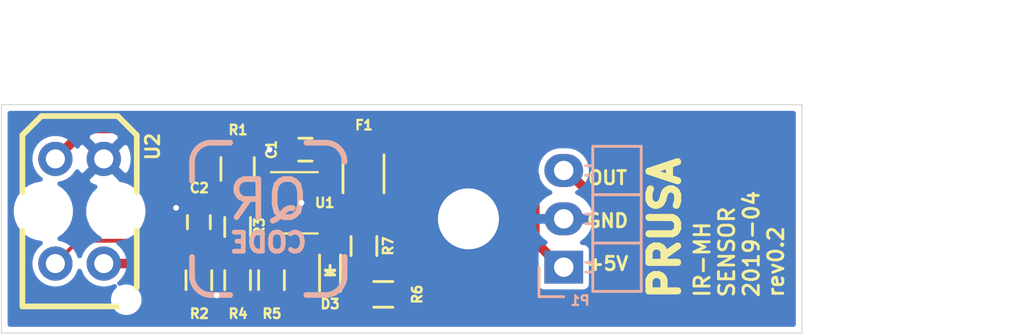
<source format=kicad_pcb>
(kicad_pcb (version 20171130) (host pcbnew "(6.0.0-rc1-dev-199-g6b039bc99)")

  (general
    (thickness 1.6)
    (drawings 9)
    (tracks 83)
    (zones 0)
    (modules 18)
    (nets 10)
  )

  (page A4)
  (layers
    (0 F.Cu signal)
    (31 B.Cu signal)
    (32 B.Adhes user)
    (33 F.Adhes user)
    (34 B.Paste user)
    (35 F.Paste user)
    (36 B.SilkS user)
    (37 F.SilkS user)
    (38 B.Mask user)
    (39 F.Mask user)
    (40 Dwgs.User user)
    (41 Cmts.User user)
    (42 Eco1.User user)
    (43 Eco2.User user)
    (44 Edge.Cuts user)
    (45 Margin user)
    (46 B.CrtYd user)
    (47 F.CrtYd user)
    (48 B.Fab user hide)
    (49 F.Fab user hide)
  )

  (setup
    (last_trace_width 0.25)
    (user_trace_width 0.2)
    (user_trace_width 0.3)
    (user_trace_width 0.5)
    (user_trace_width 1)
    (trace_clearance 0.2)
    (zone_clearance 0.3)
    (zone_45_only no)
    (trace_min 0.2)
    (via_size 0.8)
    (via_drill 0.4)
    (via_min_size 0.4)
    (via_min_drill 0.3)
    (user_via 0.8 0.3)
    (uvia_size 0.3)
    (uvia_drill 0.1)
    (uvias_allowed no)
    (uvia_min_size 0.2)
    (uvia_min_drill 0.1)
    (edge_width 0.05)
    (segment_width 0.2)
    (pcb_text_width 0.3)
    (pcb_text_size 1.5 1.5)
    (mod_edge_width 0.12)
    (mod_text_size 1 1)
    (mod_text_width 0.15)
    (pad_size 5.6 5.6)
    (pad_drill 3.2)
    (pad_to_mask_clearance 0.02)
    (solder_mask_min_width 0.2)
    (aux_axis_origin 0 0)
    (visible_elements FFFFFF7F)
    (pcbplotparams
      (layerselection 0x010f8_ffffffff)
      (usegerberextensions true)
      (usegerberattributes false)
      (usegerberadvancedattributes false)
      (creategerberjobfile false)
      (excludeedgelayer true)
      (linewidth 0.100000)
      (plotframeref false)
      (viasonmask false)
      (mode 1)
      (useauxorigin false)
      (hpglpennumber 1)
      (hpglpenspeed 20)
      (hpglpendiameter 15.000000)
      (psnegative false)
      (psa4output false)
      (plotreference true)
      (plotvalue true)
      (plotinvisibletext false)
      (padsonsilk false)
      (subtractmaskfromsilk false)
      (outputformat 1)
      (mirror false)
      (drillshape 0)
      (scaleselection 1)
      (outputdirectory "gerber/"))
  )

  (net 0 "")
  (net 1 GND)
  (net 2 "Net-(C1-Pad1)")
  (net 3 "Net-(D3-Pad1)")
  (net 4 "Net-(D3-Pad2)")
  (net 5 "Net-(F1-Pad1)")
  (net 6 "Net-(R3-Pad2)")
  (net 7 "Net-(P1-Pad3)")
  (net 8 "Net-(C2-Pad1)")
  (net 9 "Net-(R1-Pad1)")

  (net_class Default "Toto je výchozí třída sítě."
    (clearance 0.2)
    (trace_width 0.25)
    (via_dia 0.8)
    (via_drill 0.4)
    (uvia_dia 0.3)
    (uvia_drill 0.1)
    (add_net GND)
    (add_net "Net-(C1-Pad1)")
    (add_net "Net-(C2-Pad1)")
    (add_net "Net-(D3-Pad1)")
    (add_net "Net-(D3-Pad2)")
    (add_net "Net-(F1-Pad1)")
    (add_net "Net-(P1-Pad3)")
    (add_net "Net-(R1-Pad1)")
    (add_net "Net-(R3-Pad2)")
  )

  (module ok1hra:TCRT5000 (layer F.Cu) (tedit 5CAEF611) (tstamp 5CAF306A)
    (at 1.1 -6.4 90)
    (path /5CADFE3A)
    (fp_text reference U2 (at 3.398 3.834 90) (layer F.SilkS)
      (effects (font (size 0.7 0.7) (thickness 0.15)))
    )
    (fp_text value TCRT5000L (at 0 0 90) (layer F.Fab)
      (effects (font (size 0.5 0.5) (thickness 0.125)))
    )
    (fp_line (start -5.25 3.25) (end -5.25 -3.25) (layer F.CrtYd) (width 0.12))
    (fp_line (start 5.25 3.25) (end -5.25 3.25) (layer F.CrtYd) (width 0.12))
    (fp_line (start 5.25 -3.25) (end 5.25 3.25) (layer F.CrtYd) (width 0.12))
    (fp_line (start -5.25 -3.25) (end 5.2 -3.25) (layer F.CrtYd) (width 0.12))
    (fp_line (start 4 -3) (end 1 -3) (layer F.SilkS) (width 0.3))
    (fp_line (start 5 -2) (end 4 -3) (layer F.SilkS) (width 0.3))
    (fp_line (start 5 2) (end 5 -2) (layer F.SilkS) (width 0.3))
    (fp_line (start 4 3) (end 5 2) (layer F.SilkS) (width 0.3))
    (fp_line (start 1 3) (end 4 3) (layer F.SilkS) (width 0.3))
    (fp_line (start -4 3) (end -1 3) (layer F.SilkS) (width 0.3))
    (fp_line (start -5 -3) (end -5 2) (layer F.SilkS) (width 0.3))
    (fp_line (start -1 -3) (end -5 -3) (layer F.SilkS) (width 0.3))
    (pad "" np_thru_hole circle (at -4.65 2.45 90) (size 1 1) (drill 1) (layers *.Cu *.Mask))
    (pad "" np_thru_hole circle (at 0 1.9 90) (size 2.5 2.5) (drill 2.5) (layers *.Cu *.Mask))
    (pad "" np_thru_hole circle (at 0 -1.9 90) (size 2.5 2.5) (drill 2.5) (layers *.Cu *.Mask))
    (pad 4 thru_hole circle (at 2.75 -1.27 90) (size 1.8 1.8) (drill 1) (layers *.Cu *.Mask)
      (net 9 "Net-(R1-Pad1)"))
    (pad 3 thru_hole circle (at 2.75 1.27 90) (size 1.8 1.8) (drill 1) (layers *.Cu *.Mask)
      (net 1 GND))
    (pad 2 thru_hole circle (at -2.75 1.27 90) (size 1.8 1.8) (drill 1) (layers *.Cu *.Mask)
      (net 8 "Net-(C2-Pad1)"))
    (pad 1 thru_hole circle (at -2.75 -1.27 90) (size 1.8 1.8) (drill 1) (layers *.Cu *.Mask)
      (net 2 "Net-(C1-Pad1)"))
    (model /home/dan/kicad/hra/lib/ok1hra3d/TCRT5000.step
      (offset (xyz 0 0 -0.3))
      (scale (xyz 1 1 1))
      (rotate (xyz -90 0 -90))
    )
  )

  (module Capacitors_SMD:C_0603 (layer F.Cu) (tedit 5415D631) (tstamp 5CAF2CB9)
    (at 7.358 -5.826 90)
    (descr "Capacitor SMD 0603, reflow soldering, AVX (see smccp.pdf)")
    (tags "capacitor 0603")
    (path /5CAEED97)
    (attr smd)
    (fp_text reference C2 (at 1.794 0.024 180) (layer F.SilkS)
      (effects (font (size 0.5 0.5) (thickness 0.125)))
    )
    (fp_text value 100n (at 0 1.9 90) (layer F.Fab)
      (effects (font (size 1 1) (thickness 0.15)))
    )
    (fp_line (start 0.35 0.6) (end -0.35 0.6) (layer F.SilkS) (width 0.15))
    (fp_line (start -0.35 -0.6) (end 0.35 -0.6) (layer F.SilkS) (width 0.15))
    (fp_line (start 1.45 -0.75) (end 1.45 0.75) (layer F.CrtYd) (width 0.05))
    (fp_line (start -1.45 -0.75) (end -1.45 0.75) (layer F.CrtYd) (width 0.05))
    (fp_line (start -1.45 0.75) (end 1.45 0.75) (layer F.CrtYd) (width 0.05))
    (fp_line (start -1.45 -0.75) (end 1.45 -0.75) (layer F.CrtYd) (width 0.05))
    (fp_line (start -0.8 -0.4) (end 0.8 -0.4) (layer F.Fab) (width 0.15))
    (fp_line (start 0.8 -0.4) (end 0.8 0.4) (layer F.Fab) (width 0.15))
    (fp_line (start 0.8 0.4) (end -0.8 0.4) (layer F.Fab) (width 0.15))
    (fp_line (start -0.8 0.4) (end -0.8 -0.4) (layer F.Fab) (width 0.15))
    (pad 2 smd rect (at 0.75 0 90) (size 0.8 0.75) (layers F.Cu F.Paste F.Mask)
      (net 1 GND))
    (pad 1 smd rect (at -0.75 0 90) (size 0.8 0.75) (layers F.Cu F.Paste F.Mask)
      (net 8 "Net-(C2-Pad1)"))
    (model ${KISYS3DMOD}/Capacitor_SMD.3dshapes/C_0603_1608Metric.step
      (at (xyz 0 0 0))
      (scale (xyz 1 1 1))
      (rotate (xyz 0 0 0))
    )
  )

  (module Pin_Headers:Pin_Header_Angled_1x03 (layer B.Cu) (tedit 5CAB4C49) (tstamp 5CA2842C)
    (at 26.5 -3.46)
    (descr "Through hole pin header")
    (tags "pin header")
    (path /5CA38AE6)
    (fp_text reference P1 (at 0.8572 1.7564) (layer B.SilkS)
      (effects (font (size 0.5 0.5) (thickness 0.125)) (justify mirror))
    )
    (fp_text value 70553-0002 (at 0 3.1) (layer B.Fab)
      (effects (font (size 1 1) (thickness 0.15)) (justify mirror))
    )
    (fp_line (start 1.524 -6.35) (end 4.064 -6.35) (layer B.SilkS) (width 0.15))
    (fp_line (start 1.524 -1.27) (end 4.064 -1.27) (layer B.SilkS) (width 0.15))
    (fp_line (start 1.524 -1.27) (end 1.524 -3.81) (layer B.SilkS) (width 0.15))
    (fp_line (start 1.524 -3.81) (end 4.064 -3.81) (layer B.SilkS) (width 0.15))
    (fp_line (start 4.064 -3.81) (end 4.064 -1.27) (layer B.SilkS) (width 0.15))
    (fp_line (start 4.064 -6.35) (end 4.064 -3.81) (layer B.SilkS) (width 0.15))
    (fp_line (start 1.524 -3.81) (end 1.524 -6.35) (layer B.SilkS) (width 0.15))
    (fp_line (start 1.524 -3.81) (end 4.064 -3.81) (layer B.SilkS) (width 0.15))
    (fp_line (start 1.524 1.27) (end 4.064 1.27) (layer B.SilkS) (width 0.15))
    (fp_line (start 1.524 1.27) (end 1.524 -1.27) (layer B.SilkS) (width 0.15))
    (fp_line (start 1.524 -1.27) (end 4.064 -1.27) (layer B.SilkS) (width 0.15))
    (fp_line (start 4.064 -1.27) (end 4.064 1.27) (layer B.SilkS) (width 0.15))
    (fp_line (start 1.524 -5.334) (end 1.143 -5.334) (layer B.SilkS) (width 0.15))
    (fp_line (start 1.524 -4.826) (end 1.143 -4.826) (layer B.SilkS) (width 0.15))
    (fp_line (start 1.524 -2.794) (end 1.143 -2.794) (layer B.SilkS) (width 0.15))
    (fp_line (start 1.524 -2.286) (end 1.143 -2.286) (layer B.SilkS) (width 0.15))
    (fp_line (start 1.524 -0.254) (end 1.143 -0.254) (layer B.SilkS) (width 0.15))
    (fp_line (start 1.524 0.254) (end 1.143 0.254) (layer B.SilkS) (width 0.15))
    (fp_line (start 0 1.55) (end -1.3 1.55) (layer B.SilkS) (width 0.15))
    (fp_line (start -1.3 1.55) (end -1.3 0) (layer B.SilkS) (width 0.15))
    (fp_line (start -1.5 -6.85) (end 10.65 -6.85) (layer B.CrtYd) (width 0.05))
    (fp_line (start -1.5 1.75) (end 10.65 1.75) (layer B.CrtYd) (width 0.05))
    (fp_line (start 10.65 1.75) (end 10.65 -6.85) (layer B.CrtYd) (width 0.05))
    (fp_line (start -1.5 1.75) (end -1.5 -6.85) (layer B.CrtYd) (width 0.05))
    (pad 3 thru_hole oval (at 0 -5.08) (size 2.032 1.7272) (drill 1.016) (layers *.Cu *.Mask)
      (net 7 "Net-(P1-Pad3)"))
    (pad 2 thru_hole oval (at 0 -2.54) (size 2.032 1.7272) (drill 1.016) (layers *.Cu *.Mask)
      (net 1 GND))
    (pad 1 thru_hole rect (at 0 0) (size 2.032 1.7272) (drill 1.016) (layers *.Cu *.Mask)
      (net 5 "Net-(F1-Pad1)"))
    (model /home/dan/kicad/hra/lib/ok1hra3d/705530002.step
      (offset (xyz 7.2 -2.54 3))
      (scale (xyz 1 1 1))
      (rotate (xyz -90 0 -90))
    )
  )

  (module Fiducials:Fiducial_1mm_Dia_2.54mm_Outer_CopperTop locked (layer F.Cu) (tedit 0) (tstamp 5CAF5E1E)
    (at 37.5 -10.5)
    (descr "Circular Fiducial, 1mm bare copper top; 2.54mm keepout")
    (tags marker)
    (attr smd)
    (fp_text reference REF** (at 3.4 0.7 90) (layer F.SilkS) hide
      (effects (font (size 1 1) (thickness 0.15)))
    )
    (fp_text value Fiducial_1mm_Dia_2.54mm_Outer_CopperTop (at 0 -1.8) (layer F.Fab)
      (effects (font (size 1 1) (thickness 0.15)))
    )
    (fp_circle (center 0 0) (end 1.55 0) (layer F.CrtYd) (width 0.05))
    (pad ~ smd circle (at 0 0) (size 1 1) (layers F.Cu F.Mask)
      (solder_mask_margin 0.77) (clearance 0.77))
  )

  (module TO_SOT_Packages_SMD:SOT-23-5 (layer F.Cu) (tedit 583F3A3F) (tstamp 5CA284B6)
    (at 12.692 -6.842)
    (descr "5-pin SOT23 package")
    (tags SOT-23-5)
    (path /5CA328B2)
    (attr smd)
    (fp_text reference U1 (at 1.27 0) (layer F.SilkS)
      (effects (font (size 0.5 0.5) (thickness 0.125)))
    )
    (fp_text value LMV321 (at 0 2.9) (layer F.Fab)
      (effects (font (size 1 1) (thickness 0.15)))
    )
    (fp_line (start 0.9 -1.55) (end 0.9 1.55) (layer F.Fab) (width 0.15))
    (fp_line (start 0.9 1.55) (end -0.9 1.55) (layer F.Fab) (width 0.15))
    (fp_line (start -0.9 -1.55) (end -0.9 1.55) (layer F.Fab) (width 0.15))
    (fp_line (start 0.9 -1.55) (end -0.9 -1.55) (layer F.Fab) (width 0.15))
    (fp_line (start -1.9 1.8) (end -1.9 -1.8) (layer F.CrtYd) (width 0.05))
    (fp_line (start 1.9 1.8) (end -1.9 1.8) (layer F.CrtYd) (width 0.05))
    (fp_line (start 1.9 -1.8) (end 1.9 1.8) (layer F.CrtYd) (width 0.05))
    (fp_line (start -1.9 -1.8) (end 1.9 -1.8) (layer F.CrtYd) (width 0.05))
    (fp_line (start 0.9 -1.61) (end -1.55 -1.61) (layer F.SilkS) (width 0.12))
    (fp_line (start -0.9 1.61) (end 0.9 1.61) (layer F.SilkS) (width 0.12))
    (pad 5 smd rect (at 1.1 -0.95) (size 1.06 0.65) (layers F.Cu F.Paste F.Mask)
      (net 2 "Net-(C1-Pad1)"))
    (pad 4 smd rect (at 1.1 0.95) (size 1.06 0.65) (layers F.Cu F.Paste F.Mask)
      (net 3 "Net-(D3-Pad1)"))
    (pad 3 smd rect (at -1.1 0.95) (size 1.06 0.65) (layers F.Cu F.Paste F.Mask)
      (net 8 "Net-(C2-Pad1)"))
    (pad 2 smd rect (at -1.1 0) (size 1.06 0.65) (layers F.Cu F.Paste F.Mask)
      (net 1 GND))
    (pad 1 smd rect (at -1.1 -0.95) (size 1.06 0.65) (layers F.Cu F.Paste F.Mask)
      (net 6 "Net-(R3-Pad2)"))
    (model ${KISYS3DMOD}/Package_TO_SOT_SMD.3dshapes/SOT-23-5.step
      (at (xyz 0 0 0))
      (scale (xyz 1 1 1))
      (rotate (xyz 0 0 0))
    )
  )

  (module Resistors_SMD:R_0603 (layer F.Cu) (tedit 58307A47) (tstamp 5CAB6C04)
    (at 16.018 -4.572 270)
    (descr "Resistor SMD 0603, reflow soldering, Vishay (see dcrcw.pdf)")
    (tags "resistor 0603")
    (path /5CA2CA87)
    (attr smd)
    (fp_text reference R7 (at 0 -1.27 90) (layer F.SilkS)
      (effects (font (size 0.5 0.5) (thickness 0.125)))
    )
    (fp_text value 1k (at 0 1.9 270) (layer F.Fab)
      (effects (font (size 1 1) (thickness 0.15)))
    )
    (fp_line (start -0.5 -0.675) (end 0.5 -0.675) (layer F.SilkS) (width 0.15))
    (fp_line (start 0.5 0.675) (end -0.5 0.675) (layer F.SilkS) (width 0.15))
    (fp_line (start 1.3 -0.8) (end 1.3 0.8) (layer F.CrtYd) (width 0.05))
    (fp_line (start -1.3 -0.8) (end -1.3 0.8) (layer F.CrtYd) (width 0.05))
    (fp_line (start -1.3 0.8) (end 1.3 0.8) (layer F.CrtYd) (width 0.05))
    (fp_line (start -1.3 -0.8) (end 1.3 -0.8) (layer F.CrtYd) (width 0.05))
    (fp_line (start -0.8 -0.4) (end 0.8 -0.4) (layer F.Fab) (width 0.1))
    (fp_line (start 0.8 -0.4) (end 0.8 0.4) (layer F.Fab) (width 0.1))
    (fp_line (start 0.8 0.4) (end -0.8 0.4) (layer F.Fab) (width 0.1))
    (fp_line (start -0.8 0.4) (end -0.8 -0.4) (layer F.Fab) (width 0.1))
    (pad 2 smd rect (at 0.75 0 270) (size 0.5 0.9) (layers F.Cu F.Paste F.Mask)
      (net 4 "Net-(D3-Pad2)"))
    (pad 1 smd rect (at -0.75 0 270) (size 0.5 0.9) (layers F.Cu F.Paste F.Mask)
      (net 2 "Net-(C1-Pad1)"))
    (model ${KISYS3DMOD}/Resistor_SMD.3dshapes/R_0603_1608Metric.step
      (at (xyz 0 0 0))
      (scale (xyz 1 1 1))
      (rotate (xyz 0 0 0))
    )
  )

  (module Resistors_SMD:R_0603 (layer F.Cu) (tedit 58307A47) (tstamp 5CA28493)
    (at 17.034 -2.032 180)
    (descr "Resistor SMD 0603, reflow soldering, Vishay (see dcrcw.pdf)")
    (tags "resistor 0603")
    (path /5CA369D9)
    (attr smd)
    (fp_text reference R6 (at -1.778 0 90) (layer F.SilkS)
      (effects (font (size 0.5 0.5) (thickness 0.125)))
    )
    (fp_text value 100R (at 0 1.9 180) (layer F.Fab)
      (effects (font (size 1 1) (thickness 0.15)))
    )
    (fp_line (start -0.5 -0.675) (end 0.5 -0.675) (layer F.SilkS) (width 0.15))
    (fp_line (start 0.5 0.675) (end -0.5 0.675) (layer F.SilkS) (width 0.15))
    (fp_line (start 1.3 -0.8) (end 1.3 0.8) (layer F.CrtYd) (width 0.05))
    (fp_line (start -1.3 -0.8) (end -1.3 0.8) (layer F.CrtYd) (width 0.05))
    (fp_line (start -1.3 0.8) (end 1.3 0.8) (layer F.CrtYd) (width 0.05))
    (fp_line (start -1.3 -0.8) (end 1.3 -0.8) (layer F.CrtYd) (width 0.05))
    (fp_line (start -0.8 -0.4) (end 0.8 -0.4) (layer F.Fab) (width 0.1))
    (fp_line (start 0.8 -0.4) (end 0.8 0.4) (layer F.Fab) (width 0.1))
    (fp_line (start 0.8 0.4) (end -0.8 0.4) (layer F.Fab) (width 0.1))
    (fp_line (start -0.8 0.4) (end -0.8 -0.4) (layer F.Fab) (width 0.1))
    (pad 2 smd rect (at 0.75 0 180) (size 0.5 0.9) (layers F.Cu F.Paste F.Mask)
      (net 3 "Net-(D3-Pad1)"))
    (pad 1 smd rect (at -0.75 0 180) (size 0.5 0.9) (layers F.Cu F.Paste F.Mask)
      (net 7 "Net-(P1-Pad3)"))
    (model ${KISYS3DMOD}/Resistor_SMD.3dshapes/R_0603_1608Metric.step
      (at (xyz 0 0 0))
      (scale (xyz 1 1 1))
      (rotate (xyz 0 0 0))
    )
  )

  (module Resistors_SMD:R_0603 (layer F.Cu) (tedit 58307A47) (tstamp 5CA28483)
    (at 11.168 -2.778 90)
    (descr "Resistor SMD 0603, reflow soldering, Vishay (see dcrcw.pdf)")
    (tags "resistor 0603")
    (path /5CA4470C)
    (attr smd)
    (fp_text reference R5 (at -1.762 0.024 180) (layer F.SilkS)
      (effects (font (size 0.5 0.5) (thickness 0.125)))
    )
    (fp_text value 100k (at 0 1.9 90) (layer F.Fab)
      (effects (font (size 1 1) (thickness 0.15)))
    )
    (fp_line (start -0.5 -0.675) (end 0.5 -0.675) (layer F.SilkS) (width 0.15))
    (fp_line (start 0.5 0.675) (end -0.5 0.675) (layer F.SilkS) (width 0.15))
    (fp_line (start 1.3 -0.8) (end 1.3 0.8) (layer F.CrtYd) (width 0.05))
    (fp_line (start -1.3 -0.8) (end -1.3 0.8) (layer F.CrtYd) (width 0.05))
    (fp_line (start -1.3 0.8) (end 1.3 0.8) (layer F.CrtYd) (width 0.05))
    (fp_line (start -1.3 -0.8) (end 1.3 -0.8) (layer F.CrtYd) (width 0.05))
    (fp_line (start -0.8 -0.4) (end 0.8 -0.4) (layer F.Fab) (width 0.1))
    (fp_line (start 0.8 -0.4) (end 0.8 0.4) (layer F.Fab) (width 0.1))
    (fp_line (start 0.8 0.4) (end -0.8 0.4) (layer F.Fab) (width 0.1))
    (fp_line (start -0.8 0.4) (end -0.8 -0.4) (layer F.Fab) (width 0.1))
    (pad 2 smd rect (at 0.75 0 90) (size 0.5 0.9) (layers F.Cu F.Paste F.Mask)
      (net 6 "Net-(R3-Pad2)"))
    (pad 1 smd rect (at -0.75 0 90) (size 0.5 0.9) (layers F.Cu F.Paste F.Mask)
      (net 3 "Net-(D3-Pad1)"))
    (model ${KISYS3DMOD}/Resistor_SMD.3dshapes/R_0603_1608Metric.step
      (at (xyz 0 0 0))
      (scale (xyz 1 1 1))
      (rotate (xyz 0 0 0))
    )
  )

  (module Resistors_SMD:R_0603 (layer F.Cu) (tedit 58307A47) (tstamp 5CA28473)
    (at 9.39 -2.778 270)
    (descr "Resistor SMD 0603, reflow soldering, Vishay (see dcrcw.pdf)")
    (tags "resistor 0603")
    (path /5CA26E49)
    (attr smd)
    (fp_text reference R4 (at 1.762 -0.024) (layer F.SilkS)
      (effects (font (size 0.5 0.5) (thickness 0.125)))
    )
    (fp_text value 3,3k (at 0 1.9 270) (layer F.Fab)
      (effects (font (size 1 1) (thickness 0.15)))
    )
    (fp_line (start -0.5 -0.675) (end 0.5 -0.675) (layer F.SilkS) (width 0.15))
    (fp_line (start 0.5 0.675) (end -0.5 0.675) (layer F.SilkS) (width 0.15))
    (fp_line (start 1.3 -0.8) (end 1.3 0.8) (layer F.CrtYd) (width 0.05))
    (fp_line (start -1.3 -0.8) (end -1.3 0.8) (layer F.CrtYd) (width 0.05))
    (fp_line (start -1.3 0.8) (end 1.3 0.8) (layer F.CrtYd) (width 0.05))
    (fp_line (start -1.3 -0.8) (end 1.3 -0.8) (layer F.CrtYd) (width 0.05))
    (fp_line (start -0.8 -0.4) (end 0.8 -0.4) (layer F.Fab) (width 0.1))
    (fp_line (start 0.8 -0.4) (end 0.8 0.4) (layer F.Fab) (width 0.1))
    (fp_line (start 0.8 0.4) (end -0.8 0.4) (layer F.Fab) (width 0.1))
    (fp_line (start -0.8 0.4) (end -0.8 -0.4) (layer F.Fab) (width 0.1))
    (pad 2 smd rect (at 0.75 0 270) (size 0.5 0.9) (layers F.Cu F.Paste F.Mask)
      (net 1 GND))
    (pad 1 smd rect (at -0.75 0 270) (size 0.5 0.9) (layers F.Cu F.Paste F.Mask)
      (net 6 "Net-(R3-Pad2)"))
    (model ${KISYS3DMOD}/Resistor_SMD.3dshapes/R_0603_1608Metric.step
      (at (xyz 0 0 0))
      (scale (xyz 1 1 1))
      (rotate (xyz 0 0 0))
    )
  )

  (module Resistors_SMD:R_0603 (layer F.Cu) (tedit 58307A47) (tstamp 5CA28463)
    (at 9.39 -5.572 270)
    (descr "Resistor SMD 0603, reflow soldering, Vishay (see dcrcw.pdf)")
    (tags "resistor 0603")
    (path /5CA269A6)
    (attr smd)
    (fp_text reference R3 (at 0 -1.143 270) (layer F.SilkS)
      (effects (font (size 0.5 0.5) (thickness 0.125)))
    )
    (fp_text value 12k (at 0 1.9 270) (layer F.Fab)
      (effects (font (size 1 1) (thickness 0.15)))
    )
    (fp_line (start -0.5 -0.675) (end 0.5 -0.675) (layer F.SilkS) (width 0.15))
    (fp_line (start 0.5 0.675) (end -0.5 0.675) (layer F.SilkS) (width 0.15))
    (fp_line (start 1.3 -0.8) (end 1.3 0.8) (layer F.CrtYd) (width 0.05))
    (fp_line (start -1.3 -0.8) (end -1.3 0.8) (layer F.CrtYd) (width 0.05))
    (fp_line (start -1.3 0.8) (end 1.3 0.8) (layer F.CrtYd) (width 0.05))
    (fp_line (start -1.3 -0.8) (end 1.3 -0.8) (layer F.CrtYd) (width 0.05))
    (fp_line (start -0.8 -0.4) (end 0.8 -0.4) (layer F.Fab) (width 0.1))
    (fp_line (start 0.8 -0.4) (end 0.8 0.4) (layer F.Fab) (width 0.1))
    (fp_line (start 0.8 0.4) (end -0.8 0.4) (layer F.Fab) (width 0.1))
    (fp_line (start -0.8 0.4) (end -0.8 -0.4) (layer F.Fab) (width 0.1))
    (pad 2 smd rect (at 0.75 0 270) (size 0.5 0.9) (layers F.Cu F.Paste F.Mask)
      (net 6 "Net-(R3-Pad2)"))
    (pad 1 smd rect (at -0.75 0 270) (size 0.5 0.9) (layers F.Cu F.Paste F.Mask)
      (net 2 "Net-(C1-Pad1)"))
    (model ${KISYS3DMOD}/Resistor_SMD.3dshapes/R_0603_1608Metric.step
      (at (xyz 0 0 0))
      (scale (xyz 1 1 1))
      (rotate (xyz 0 0 0))
    )
  )

  (module Resistors_SMD:R_0603 (layer F.Cu) (tedit 58307A47) (tstamp 5CA2937E)
    (at 7.358 -2.778 270)
    (descr "Resistor SMD 0603, reflow soldering, Vishay (see dcrcw.pdf)")
    (tags "resistor 0603")
    (path /5CA25281)
    (attr smd)
    (fp_text reference R2 (at 1.762 -0.024) (layer F.SilkS)
      (effects (font (size 0.5 0.5) (thickness 0.125)))
    )
    (fp_text value 10k (at 0 1.9 270) (layer F.Fab)
      (effects (font (size 1 1) (thickness 0.15)))
    )
    (fp_line (start -0.5 -0.675) (end 0.5 -0.675) (layer F.SilkS) (width 0.15))
    (fp_line (start 0.5 0.675) (end -0.5 0.675) (layer F.SilkS) (width 0.15))
    (fp_line (start 1.3 -0.8) (end 1.3 0.8) (layer F.CrtYd) (width 0.05))
    (fp_line (start -1.3 -0.8) (end -1.3 0.8) (layer F.CrtYd) (width 0.05))
    (fp_line (start -1.3 0.8) (end 1.3 0.8) (layer F.CrtYd) (width 0.05))
    (fp_line (start -1.3 -0.8) (end 1.3 -0.8) (layer F.CrtYd) (width 0.05))
    (fp_line (start -0.8 -0.4) (end 0.8 -0.4) (layer F.Fab) (width 0.1))
    (fp_line (start 0.8 -0.4) (end 0.8 0.4) (layer F.Fab) (width 0.1))
    (fp_line (start 0.8 0.4) (end -0.8 0.4) (layer F.Fab) (width 0.1))
    (fp_line (start -0.8 0.4) (end -0.8 -0.4) (layer F.Fab) (width 0.1))
    (pad 2 smd rect (at 0.75 0 270) (size 0.5 0.9) (layers F.Cu F.Paste F.Mask)
      (net 1 GND))
    (pad 1 smd rect (at -0.75 0 270) (size 0.5 0.9) (layers F.Cu F.Paste F.Mask)
      (net 8 "Net-(C2-Pad1)"))
    (model ${KISYS3DMOD}/Resistor_SMD.3dshapes/R_0603_1608Metric.step
      (at (xyz 0 0 0))
      (scale (xyz 1 1 1))
      (rotate (xyz 0 0 0))
    )
  )

  (module Resistors_SMD:R_0805 (layer F.Cu) (tedit 58307B54) (tstamp 5CA28443)
    (at 9.39 -8.62 270)
    (descr "Resistor SMD 0805, reflow soldering, Vishay (see dcrcw.pdf)")
    (tags "resistor 0805")
    (path /5CA21879)
    (attr smd)
    (fp_text reference R1 (at -2.048 -0.024) (layer F.SilkS)
      (effects (font (size 0.5 0.5) (thickness 0.125)))
    )
    (fp_text value 220R (at 0 2.1 270) (layer F.Fab)
      (effects (font (size 1 1) (thickness 0.15)))
    )
    (fp_line (start -0.6 -0.875) (end 0.6 -0.875) (layer F.SilkS) (width 0.15))
    (fp_line (start 0.6 0.875) (end -0.6 0.875) (layer F.SilkS) (width 0.15))
    (fp_line (start 1.6 -1) (end 1.6 1) (layer F.CrtYd) (width 0.05))
    (fp_line (start -1.6 -1) (end -1.6 1) (layer F.CrtYd) (width 0.05))
    (fp_line (start -1.6 1) (end 1.6 1) (layer F.CrtYd) (width 0.05))
    (fp_line (start -1.6 -1) (end 1.6 -1) (layer F.CrtYd) (width 0.05))
    (fp_line (start -1 -0.625) (end 1 -0.625) (layer F.Fab) (width 0.1))
    (fp_line (start 1 -0.625) (end 1 0.625) (layer F.Fab) (width 0.1))
    (fp_line (start 1 0.625) (end -1 0.625) (layer F.Fab) (width 0.1))
    (fp_line (start -1 0.625) (end -1 -0.625) (layer F.Fab) (width 0.1))
    (pad 2 smd rect (at 0.95 0 270) (size 0.7 1.3) (layers F.Cu F.Paste F.Mask)
      (net 2 "Net-(C1-Pad1)"))
    (pad 1 smd rect (at -0.95 0 270) (size 0.7 1.3) (layers F.Cu F.Paste F.Mask)
      (net 9 "Net-(R1-Pad1)"))
    (model ${KISYS3DMOD}/Resistor_SMD.3dshapes/R_0805_2012Metric.step
      (at (xyz 0 0 0))
      (scale (xyz 1 1 1))
      (rotate (xyz 0 0 0))
    )
  )

  (module Mounting_Holes:MountingHole_3.2mm_M3_DIN965_Pad (layer F.Cu) (tedit 5CA23827) (tstamp 5CA28433)
    (at 21.5 -6)
    (descr "Mounting Hole 3.2mm, M3, DIN965")
    (tags "mounting hole 3.2mm m3 din965")
    (path /5CA41C44)
    (attr virtual)
    (fp_text reference P2 (at 0 -3.8) (layer F.SilkS) hide
      (effects (font (size 1 1) (thickness 0.15)))
    )
    (fp_text value "Mounting Hole" (at 0 3.8) (layer F.Fab)
      (effects (font (size 1 1) (thickness 0.15)))
    )
    (fp_circle (center 0 0) (end 3.05 0) (layer F.CrtYd) (width 0.05))
    (fp_circle (center 0 0) (end 2.8 0) (layer Cmts.User) (width 0.15))
    (pad 1 thru_hole circle (at 0 0) (size 5.6 5.6) (drill 3.2) (layers *.Cu *.Mask)
      (net 1 GND) (zone_connect 2))
  )

  (module Resistors_SMD:R_1206 (layer F.Cu) (tedit 58307BE8) (tstamp 5CA283FF)
    (at 15.994 -8.366 270)
    (descr "Resistor SMD 1206, reflow soldering, Vishay (see dcrcw.pdf)")
    (tags "resistor 1206")
    (path /5CA2ADA8)
    (attr smd)
    (fp_text reference F1 (at -2.556 -0.024) (layer F.SilkS)
      (effects (font (size 0.5 0.5) (thickness 0.125)))
    )
    (fp_text value 50mA (at 0 2.3 270) (layer F.Fab)
      (effects (font (size 1 1) (thickness 0.15)))
    )
    (fp_line (start -1 -1.075) (end 1 -1.075) (layer F.SilkS) (width 0.15))
    (fp_line (start 1 1.075) (end -1 1.075) (layer F.SilkS) (width 0.15))
    (fp_line (start 2.2 -1.2) (end 2.2 1.2) (layer F.CrtYd) (width 0.05))
    (fp_line (start -2.2 -1.2) (end -2.2 1.2) (layer F.CrtYd) (width 0.05))
    (fp_line (start -2.2 1.2) (end 2.2 1.2) (layer F.CrtYd) (width 0.05))
    (fp_line (start -2.2 -1.2) (end 2.2 -1.2) (layer F.CrtYd) (width 0.05))
    (fp_line (start -1.6 -0.8) (end 1.6 -0.8) (layer F.Fab) (width 0.1))
    (fp_line (start 1.6 -0.8) (end 1.6 0.8) (layer F.Fab) (width 0.1))
    (fp_line (start 1.6 0.8) (end -1.6 0.8) (layer F.Fab) (width 0.1))
    (fp_line (start -1.6 0.8) (end -1.6 -0.8) (layer F.Fab) (width 0.1))
    (pad 2 smd rect (at 1.45 0 270) (size 0.9 1.7) (layers F.Cu F.Paste F.Mask)
      (net 2 "Net-(C1-Pad1)"))
    (pad 1 smd rect (at -1.45 0 270) (size 0.9 1.7) (layers F.Cu F.Paste F.Mask)
      (net 5 "Net-(F1-Pad1)"))
    (model ${KISYS3DMOD}/Resistor_SMD.3dshapes/R_1206_3216Metric.step
      (at (xyz 0 0 0))
      (scale (xyz 1 1 1))
      (rotate (xyz 0 0 0))
    )
  )

  (module LEDs:LED_0603 (layer F.Cu) (tedit 55BDE255) (tstamp 5CA283EF)
    (at 14.24 -3.302 90)
    (descr "LED 0603 smd package")
    (tags "LED led 0603 SMD smd SMT smt smdled SMDLED smtled SMTLED")
    (path /5CA2BC6F)
    (attr smd)
    (fp_text reference D3 (at -1.778 0) (layer F.SilkS)
      (effects (font (size 0.5 0.5) (thickness 0.125)))
    )
    (fp_text value GRN (at 0 1.5 90) (layer F.Fab)
      (effects (font (size 1 1) (thickness 0.15)))
    )
    (fp_line (start -1.4 -0.75) (end 1.4 -0.75) (layer F.CrtYd) (width 0.05))
    (fp_line (start -1.4 0.75) (end -1.4 -0.75) (layer F.CrtYd) (width 0.05))
    (fp_line (start 1.4 0.75) (end -1.4 0.75) (layer F.CrtYd) (width 0.05))
    (fp_line (start 1.4 -0.75) (end 1.4 0.75) (layer F.CrtYd) (width 0.05))
    (fp_line (start 0 0.25) (end -0.25 0) (layer F.SilkS) (width 0.15))
    (fp_line (start 0 -0.25) (end 0 0.25) (layer F.SilkS) (width 0.15))
    (fp_line (start -0.25 0) (end 0 -0.25) (layer F.SilkS) (width 0.15))
    (fp_line (start -0.25 -0.25) (end -0.25 0.25) (layer F.SilkS) (width 0.15))
    (fp_line (start -0.2 0) (end 0.25 0) (layer F.SilkS) (width 0.15))
    (fp_line (start -1.1 -0.55) (end 0.8 -0.55) (layer F.SilkS) (width 0.15))
    (fp_line (start -1.1 0.55) (end 0.8 0.55) (layer F.SilkS) (width 0.15))
    (fp_line (start -0.8 0.4) (end -0.8 -0.4) (layer F.Fab) (width 0.15))
    (fp_line (start -0.8 -0.4) (end 0.8 -0.4) (layer F.Fab) (width 0.15))
    (fp_line (start 0.8 -0.4) (end 0.8 0.4) (layer F.Fab) (width 0.15))
    (fp_line (start 0.8 0.4) (end -0.8 0.4) (layer F.Fab) (width 0.15))
    (fp_line (start 0.1 -0.2) (end 0.1 0.2) (layer F.Fab) (width 0.15))
    (fp_line (start 0.1 0.2) (end -0.2 0) (layer F.Fab) (width 0.15))
    (fp_line (start -0.2 0) (end 0.1 -0.2) (layer F.Fab) (width 0.15))
    (fp_line (start -0.3 -0.2) (end -0.3 0.2) (layer F.Fab) (width 0.15))
    (pad 1 smd rect (at -0.7493 0 270) (size 0.79756 0.79756) (layers F.Cu F.Paste F.Mask)
      (net 3 "Net-(D3-Pad1)"))
    (pad 2 smd rect (at 0.7493 0 270) (size 0.79756 0.79756) (layers F.Cu F.Paste F.Mask)
      (net 4 "Net-(D3-Pad2)"))
    (model ${KISYS3DMOD}/LED_SMD.3dshapes/LED_0603_1608Metric.step
      (at (xyz 0 0 0))
      (scale (xyz 1 1 1))
      (rotate (xyz 0 0 0))
    )
  )

  (module Capacitors_SMD:C_0603 (layer F.Cu) (tedit 5415D631) (tstamp 5CA27F66)
    (at 12.946 -9.636 180)
    (descr "Capacitor SMD 0603, reflow soldering, AVX (see smccp.pdf)")
    (tags "capacitor 0603")
    (path /5CA33249)
    (attr smd)
    (fp_text reference C1 (at 1.778 0 270) (layer F.SilkS)
      (effects (font (size 0.5 0.5) (thickness 0.125)))
    )
    (fp_text value 100n (at 0 1.9 180) (layer F.Fab)
      (effects (font (size 1 1) (thickness 0.15)))
    )
    (fp_line (start 0.35 0.6) (end -0.35 0.6) (layer F.SilkS) (width 0.15))
    (fp_line (start -0.35 -0.6) (end 0.35 -0.6) (layer F.SilkS) (width 0.15))
    (fp_line (start 1.45 -0.75) (end 1.45 0.75) (layer F.CrtYd) (width 0.05))
    (fp_line (start -1.45 -0.75) (end -1.45 0.75) (layer F.CrtYd) (width 0.05))
    (fp_line (start -1.45 0.75) (end 1.45 0.75) (layer F.CrtYd) (width 0.05))
    (fp_line (start -1.45 -0.75) (end 1.45 -0.75) (layer F.CrtYd) (width 0.05))
    (fp_line (start -0.8 -0.4) (end 0.8 -0.4) (layer F.Fab) (width 0.15))
    (fp_line (start 0.8 -0.4) (end 0.8 0.4) (layer F.Fab) (width 0.15))
    (fp_line (start 0.8 0.4) (end -0.8 0.4) (layer F.Fab) (width 0.15))
    (fp_line (start -0.8 0.4) (end -0.8 -0.4) (layer F.Fab) (width 0.15))
    (pad 2 smd rect (at 0.75 0 180) (size 0.8 0.75) (layers F.Cu F.Paste F.Mask)
      (net 1 GND))
    (pad 1 smd rect (at -0.75 0 180) (size 0.8 0.75) (layers F.Cu F.Paste F.Mask)
      (net 2 "Net-(C1-Pad1)"))
    (model ${KISYS3DMOD}/Capacitor_SMD.3dshapes/C_0603_1608Metric.step
      (at (xyz 0 0 0))
      (scale (xyz 1 1 1))
      (rotate (xyz 0 0 0))
    )
  )

  (module Fiducials:Fiducial_1mm_Dia_2.54mm_Outer_CopperTop locked (layer F.Cu) (tedit 0) (tstamp 5CAF5E05)
    (at -1.5 -1.5)
    (descr "Circular Fiducial, 1mm bare copper top; 2.54mm keepout")
    (tags marker)
    (attr smd)
    (fp_text reference REF** (at 3.4 0.7 90) (layer F.SilkS) hide
      (effects (font (size 1 1) (thickness 0.15)))
    )
    (fp_text value Fiducial_1mm_Dia_2.54mm_Outer_CopperTop (at 0 -1.8) (layer F.Fab)
      (effects (font (size 1 1) (thickness 0.15)))
    )
    (fp_circle (center 0 0) (end 1.55 0) (layer F.CrtYd) (width 0.05))
    (pad ~ smd circle (at 0 0) (size 1 1) (layers F.Cu F.Mask)
      (solder_mask_margin 0.77) (clearance 0.77))
  )

  (module ok1hra:QR-code-8x8mm locked (layer B.Cu) (tedit 5C98F6D2) (tstamp 5CB32D21)
    (at 11 -6 180)
    (fp_text reference REF** (at 0 -4 180) (layer B.SilkS) hide
      (effects (font (size 0.5 0.5) (thickness 0.125)) (justify mirror))
    )
    (fp_text value QR-code-8x8mm (at 0 0 180) (layer B.Fab)
      (effects (font (size 0.5 0.5) (thickness 0.125)) (justify mirror))
    )
    (fp_line (start -4.25 -4.25) (end -4.25 4.25) (layer B.Fab) (width 0.05))
    (fp_line (start 4.25 -4.25) (end -4.25 -4.25) (layer B.Fab) (width 0.05))
    (fp_line (start 4.25 4.25) (end 4.25 -4.25) (layer B.Fab) (width 0.05))
    (fp_line (start -4.25 4.25) (end 4.25 4.25) (layer B.Fab) (width 0.05))
    (fp_text user CODE (at 0 -1.25 180) (layer B.SilkS)
      (effects (font (size 1 1) (thickness 0.25)) (justify mirror))
    )
    (fp_text user QR (at 0 1 180) (layer B.SilkS)
      (effects (font (size 2 2) (thickness 0.3)) (justify mirror))
    )
    (fp_line (start -4 -3) (end -4 -2) (layer B.SilkS) (width 0.3))
    (fp_line (start -3 -4) (end -2 -4) (layer B.SilkS) (width 0.3))
    (fp_line (start 3 -4) (end 2 -4) (layer B.SilkS) (width 0.3))
    (fp_line (start 4 -3) (end 4 -2) (layer B.SilkS) (width 0.3))
    (fp_line (start 4 3) (end 4 2) (layer B.SilkS) (width 0.3))
    (fp_line (start 2 4) (end 3 4) (layer B.SilkS) (width 0.3))
    (fp_line (start -3 4) (end -2 4) (layer B.SilkS) (width 0.3))
    (fp_arc (start 3 3) (end 4 3) (angle 90) (layer B.SilkS) (width 0.3))
    (fp_arc (start 3 -3) (end 3 -4) (angle 90) (layer B.SilkS) (width 0.3))
    (fp_arc (start -3 -3) (end -4 -3) (angle 90) (layer B.SilkS) (width 0.3))
    (fp_arc (start -3 3) (end -3 4) (angle 90) (layer B.SilkS) (width 0.3))
  )

  (dimension 12 (width 0.15) (layer Margin)
    (gr_text "12,000 mm" (at 49.3 -6 90) (layer Margin)
      (effects (font (size 1 1) (thickness 0.15)))
    )
    (feature1 (pts (xy 40 -12) (xy 48.586421 -12)))
    (feature2 (pts (xy 40 0) (xy 48.586421 0)))
    (crossbar (pts (xy 48 0) (xy 48 -12)))
    (arrow1a (pts (xy 48 -12) (xy 48.586421 -10.873496)))
    (arrow1b (pts (xy 48 -12) (xy 47.413579 -10.873496)))
    (arrow2a (pts (xy 48 0) (xy 48.586421 -1.126504)))
    (arrow2b (pts (xy 48 0) (xy 47.413579 -1.126504)))
  )
  (dimension 42 (width 0.15) (layer Margin)
    (gr_text "42,000 mm" (at 18 -16.8) (layer Margin)
      (effects (font (size 1 1) (thickness 0.15)))
    )
    (feature1 (pts (xy 39 -12.5) (xy 39 -16.086421)))
    (feature2 (pts (xy -3 -12.5) (xy -3 -16.086421)))
    (crossbar (pts (xy -3 -15.5) (xy 39 -15.5)))
    (arrow1a (pts (xy 39 -15.5) (xy 37.873496 -14.913579)))
    (arrow1b (pts (xy 39 -15.5) (xy 37.873496 -16.086421)))
    (arrow2a (pts (xy -3 -15.5) (xy -1.873496 -14.913579)))
    (arrow2b (pts (xy -3 -15.5) (xy -1.873496 -16.086421)))
  )
  (gr_text "IR-MH\nSENSOR\n2019-04\nrev0.2" (at 35.7 -1.8 90) (layer F.SilkS)
    (effects (font (size 0.8 0.8) (thickness 0.15)) (justify left))
  )
  (gr_text PRUSA (at 31.8 -5.5 90) (layer F.SilkS)
    (effects (font (size 1.5 1.5) (thickness 0.375)))
  )
  (gr_text "OUT\n\nGND\n\n+5V" (at 28.8 -5.9) (layer F.SilkS)
    (effects (font (size 0.7 0.7) (thickness 0.15)))
  )
  (gr_line (start 39 -12) (end -3 -12) (layer Edge.Cuts) (width 0.05) (tstamp 5CA289BB))
  (gr_line (start 39 0) (end 39 -12) (layer Edge.Cuts) (width 0.05))
  (gr_line (start -3 0) (end -3 -12) (layer Edge.Cuts) (width 0.05))
  (gr_line (start -3 0) (end 39 0) (layer Edge.Cuts) (width 0.05))

  (via (at 12.7428 -6.842) (size 0.8) (drill 0.3) (layers F.Cu B.Cu) (net 1))
  (segment (start 11.592 -6.842) (end 12.7428 -6.842) (width 0.5) (layer F.Cu) (net 1))
  (via (at 11.0664 -9.636) (size 0.8) (drill 0.3) (layers F.Cu B.Cu) (net 1))
  (segment (start 12.196 -9.636) (end 11.0664 -9.636) (width 0.5) (layer F.Cu) (net 1))
  (segment (start 9.39 -2.028) (end 8.342975 -2.028) (width 0.5) (layer F.Cu) (net 1))
  (segment (start 8.342975 -2.028) (end 8.292964 -1.977989) (width 0.5) (layer F.Cu) (net 1))
  (via (at 8.292964 -1.977989) (size 0.8) (drill 0.3) (layers F.Cu B.Cu) (net 1))
  (segment (start 8.242953 -2.028) (end 8.292964 -1.977989) (width 0.5) (layer F.Cu) (net 1))
  (segment (start 7.358 -2.028) (end 8.242953 -2.028) (width 0.5) (layer F.Cu) (net 1))
  (segment (start 6.1654 -6.576) (end 6.1628 -6.5786) (width 0.5) (layer F.Cu) (net 1))
  (via (at 6.1628 -6.5786) (size 0.8) (drill 0.3) (layers F.Cu B.Cu) (net 1))
  (segment (start 7.358 -6.576) (end 6.1654 -6.576) (width 0.5) (layer F.Cu) (net 1))
  (segment (start 9.39 -7.67) (end 9.39 -6.322) (width 0.5) (layer F.Cu) (net 2))
  (segment (start 13.587 -7.792) (end 12.8098 -8.5692) (width 0.5) (layer F.Cu) (net 2))
  (segment (start 13.792 -7.792) (end 13.587 -7.792) (width 0.5) (layer F.Cu) (net 2))
  (segment (start 9.69 -7.67) (end 9.39 -7.67) (width 0.5) (layer F.Cu) (net 2))
  (segment (start 10.5892 -8.5692) (end 9.69 -7.67) (width 0.5) (layer F.Cu) (net 2))
  (segment (start 12.8098 -8.5692) (end 10.5892 -8.5692) (width 0.5) (layer F.Cu) (net 2))
  (segment (start 12.8098 -8.5692) (end 12.819 -8.5692) (width 0.5) (layer F.Cu) (net 2))
  (segment (start 13.696 -9.636) (end 13.696 -9.4716) (width 0.5) (layer F.Cu) (net 2))
  (segment (start 12.8098 -8.5854) (end 12.8098 -8.5692) (width 0.5) (layer F.Cu) (net 2))
  (segment (start 13.696 -9.4716) (end 12.8098 -8.5854) (width 0.5) (layer F.Cu) (net 2))
  (segment (start 15.118 -7.792) (end 15.994 -6.916) (width 0.5) (layer F.Cu) (net 2))
  (segment (start 13.792 -7.792) (end 15.118 -7.792) (width 0.5) (layer F.Cu) (net 2))
  (segment (start 15.994 -5.346) (end 16.018 -5.322) (width 0.5) (layer F.Cu) (net 2))
  (segment (start 15.994 -6.916) (end 15.994 -5.346) (width 0.5) (layer F.Cu) (net 2))
  (segment (start 8.74 -6.322) (end 9.39 -6.322) (width 0.2) (layer F.Cu) (net 2))
  (segment (start 8.2346 -5.8166) (end 8.74 -6.322) (width 0.2) (layer F.Cu) (net 2))
  (segment (start 6.7724 -5.8166) (end 8.2346 -5.8166) (width 0.2) (layer F.Cu) (net 2))
  (segment (start 5.805799 -4.849999) (end 6.7724 -5.8166) (width 0.2) (layer F.Cu) (net 2))
  (segment (start -0.17 -3.65) (end 1.030001 -4.850001) (width 0.2) (layer F.Cu) (net 2))
  (segment (start 2.946003 -4.849999) (end 5.805799 -4.849999) (width 0.2) (layer F.Cu) (net 2))
  (segment (start 1.030001 -4.850001) (end 2.946001 -4.850001) (width 0.2) (layer F.Cu) (net 2))
  (segment (start 2.946001 -4.850001) (end 2.946003 -4.849999) (width 0.2) (layer F.Cu) (net 2))
  (segment (start 11.168 -2.028) (end 11.18 -2.016) (width 0.5) (layer F.Cu) (net 3))
  (segment (start 11.18 -2.016) (end 12.184 -2.016) (width 0.5) (layer F.Cu) (net 3))
  (segment (start 12.9587 -2.7907) (end 12.184 -2.016) (width 0.5) (layer F.Cu) (net 3))
  (segment (start 12.9587 -4.048) (end 12.9587 -2.7907) (width 0.5) (layer F.Cu) (net 3))
  (segment (start 12.9587 -5.0587) (end 13.792 -5.892) (width 0.5) (layer F.Cu) (net 3))
  (segment (start 12.9587 -4.048) (end 12.9587 -5.0587) (width 0.5) (layer F.Cu) (net 3))
  (segment (start 13.10322 -2.7907) (end 12.9587 -2.7907) (width 0.5) (layer F.Cu) (net 3))
  (segment (start 13.34122 -2.5527) (end 13.10322 -2.7907) (width 0.5) (layer F.Cu) (net 3))
  (segment (start 14.24 -2.5527) (end 13.34122 -2.5527) (width 0.5) (layer F.Cu) (net 3))
  (segment (start 15.7633 -2.5527) (end 16.284 -2.032) (width 0.5) (layer F.Cu) (net 3))
  (segment (start 14.24 -2.5527) (end 15.7633 -2.5527) (width 0.5) (layer F.Cu) (net 3))
  (segment (start 14.4693 -3.822) (end 14.24 -4.0513) (width 0.5) (layer F.Cu) (net 4))
  (segment (start 16.018 -3.822) (end 14.4693 -3.822) (width 0.5) (layer F.Cu) (net 4))
  (segment (start 26.4644 -3.46) (end 26.5 -3.46) (width 0.5) (layer F.Cu) (net 5))
  (segment (start 26.3476 -3.46) (end 26.5 -3.46) (width 0.5) (layer F.Cu) (net 5))
  (segment (start 23.3818 -9.816) (end 24.984 -8.2138) (width 0.5) (layer F.Cu) (net 5))
  (segment (start 15.994 -9.816) (end 23.3818 -9.816) (width 0.5) (layer F.Cu) (net 5))
  (segment (start 24.984 -8.2138) (end 24.984 -4.8236) (width 0.5) (layer F.Cu) (net 5))
  (segment (start 24.984 -4.8236) (end 26.3476 -3.46) (width 0.5) (layer F.Cu) (net 5))
  (segment (start 9.39 -3.528) (end 9.39 -4.822) (width 0.5) (layer F.Cu) (net 6))
  (segment (start 9.39 -3.528) (end 11.168 -3.528) (width 0.5) (layer F.Cu) (net 6))
  (segment (start 9.59 -4.822) (end 9.39 -4.822) (width 0.5) (layer F.Cu) (net 6))
  (segment (start 10.611999 -5.843999) (end 9.59 -4.822) (width 0.5) (layer F.Cu) (net 6))
  (segment (start 10.611999 -7.527001) (end 10.611999 -5.843999) (width 0.5) (layer F.Cu) (net 6))
  (segment (start 10.876998 -7.792) (end 10.611999 -7.527001) (width 0.5) (layer F.Cu) (net 6))
  (segment (start 11.592 -7.792) (end 10.876998 -7.792) (width 0.5) (layer F.Cu) (net 6))
  (segment (start 26.6524 -8.54) (end 26.5 -8.54) (width 0.5) (layer F.Cu) (net 7))
  (segment (start 28.2956 -6.8968) (end 26.6524 -8.54) (width 0.5) (layer F.Cu) (net 7))
  (segment (start 19.534 -2.032) (end 19.9404 -1.6256) (width 0.5) (layer F.Cu) (net 7))
  (segment (start 18.784 -2.032) (end 19.534 -2.032) (width 0.5) (layer F.Cu) (net 7))
  (segment (start 19.9404 -1.6256) (end 27.9908 -1.6256) (width 0.5) (layer F.Cu) (net 7))
  (segment (start 28.2956 -1.9304) (end 28.2956 -6.8968) (width 0.5) (layer F.Cu) (net 7))
  (segment (start 27.9908 -1.6256) (end 28.2956 -1.9304) (width 0.5) (layer F.Cu) (net 7))
  (segment (start 18.784 -2.032) (end 17.784 -2.032) (width 0.5) (layer F.Cu) (net 7))
  (segment (start 12.109919 -4.549081) (end 12.109919 -3.029881) (width 0.5) (layer F.Cu) (net 8))
  (segment (start 11.592 -5.067) (end 12.109919 -4.549081) (width 0.5) (layer F.Cu) (net 8))
  (segment (start 11.592 -5.892) (end 11.592 -5.067) (width 0.5) (layer F.Cu) (net 8))
  (segment (start 11.908037 -2.827999) (end 7.638201 -2.827999) (width 0.5) (layer F.Cu) (net 8))
  (segment (start 12.109919 -3.029881) (end 11.908037 -2.827999) (width 0.5) (layer F.Cu) (net 8))
  (segment (start 7.358 -5.076) (end 7.358 -3.528) (width 0.5) (layer F.Cu) (net 8))
  (segment (start 7.358 -3.1082) (end 7.638201 -2.827999) (width 0.5) (layer F.Cu) (net 8))
  (segment (start 7.358 -3.528) (end 7.358 -3.1082) (width 0.5) (layer F.Cu) (net 8))
  (segment (start 2.492 -3.528) (end 2.37 -3.65) (width 0.5) (layer F.Cu) (net 8))
  (segment (start 7.236 -3.65) (end 7.358 -3.528) (width 0.5) (layer F.Cu) (net 8))
  (segment (start 2.37 -3.65) (end 7.236 -3.65) (width 0.5) (layer F.Cu) (net 8))
  (segment (start 8.24 -9.57) (end 9.39 -9.57) (width 0.5) (layer F.Cu) (net 9))
  (segment (start 7.0658 -10.7442) (end 8.24 -9.57) (width 0.5) (layer F.Cu) (net 9))
  (segment (start 1.4242 -10.7442) (end 7.0658 -10.7442) (width 0.5) (layer F.Cu) (net 9))
  (segment (start -0.17 -9.15) (end 1.4242 -10.7442) (width 0.5) (layer F.Cu) (net 9))

  (zone (net 1) (net_name GND) (layer B.Cu) (tstamp 5CB868F3) (hatch edge 0.508)
    (connect_pads (clearance 0.3))
    (min_thickness 0.254)
    (fill yes (arc_segments 32) (thermal_gap 0.508) (thermal_bridge_width 0.508))
    (polygon
      (pts
        (xy -3 -12) (xy -3 0) (xy 39 0) (xy 39 -12)
      )
    )
    (filled_polygon
      (pts
        (xy 38.548 -0.452) (xy -2.548 -0.452) (xy -2.548 -6.56517) (xy -2.477 -6.56517) (xy -2.477 -6.23483)
        (xy -2.412554 -5.910837) (xy -2.286138 -5.605643) (xy -2.102611 -5.330975) (xy -1.869025 -5.097389) (xy -1.594357 -4.913862)
        (xy -1.289163 -4.787446) (xy -0.96517 -4.723) (xy -0.952678 -4.723) (xy -1.015913 -4.680748) (xy -1.200748 -4.495913)
        (xy -1.345972 -4.27857) (xy -1.446004 -4.037072) (xy -1.497 -3.780698) (xy -1.497 -3.519302) (xy -1.446004 -3.262928)
        (xy -1.345972 -3.02143) (xy -1.200748 -2.804087) (xy -1.015913 -2.619252) (xy -0.79857 -2.474028) (xy -0.557072 -2.373996)
        (xy -0.300698 -2.323) (xy -0.039302 -2.323) (xy 0.217072 -2.373996) (xy 0.45857 -2.474028) (xy 0.675913 -2.619252)
        (xy 0.860748 -2.804087) (xy 1.005972 -3.02143) (xy 1.1 -3.248433) (xy 1.194028 -3.02143) (xy 1.339252 -2.804087)
        (xy 1.524087 -2.619252) (xy 1.74143 -2.474028) (xy 1.982928 -2.373996) (xy 2.239302 -2.323) (xy 2.500698 -2.323)
        (xy 2.757072 -2.373996) (xy 2.937937 -2.448913) (xy 2.829952 -2.340928) (xy 2.728504 -2.189099) (xy 2.658624 -2.020396)
        (xy 2.623 -1.841301) (xy 2.623 -1.658699) (xy 2.658624 -1.479604) (xy 2.728504 -1.310901) (xy 2.829952 -1.159072)
        (xy 2.959072 -1.029952) (xy 3.110901 -0.928504) (xy 3.279604 -0.858624) (xy 3.458699 -0.823) (xy 3.641301 -0.823)
        (xy 3.820396 -0.858624) (xy 3.989099 -0.928504) (xy 4.140928 -1.029952) (xy 4.270048 -1.159072) (xy 4.371496 -1.310901)
        (xy 4.441376 -1.479604) (xy 4.477 -1.658699) (xy 4.477 -1.841301) (xy 4.441376 -2.020396) (xy 4.371496 -2.189099)
        (xy 4.270048 -2.340928) (xy 4.140928 -2.470048) (xy 3.989099 -2.571496) (xy 3.820396 -2.641376) (xy 3.641301 -2.677)
        (xy 3.458699 -2.677) (xy 3.279604 -2.641376) (xy 3.199146 -2.608049) (xy 3.215913 -2.619252) (xy 3.400748 -2.804087)
        (xy 3.545972 -3.02143) (xy 3.646004 -3.262928) (xy 3.697 -3.519302) (xy 3.697 -3.780698) (xy 3.646004 -4.037072)
        (xy 3.545972 -4.27857) (xy 3.400748 -4.495913) (xy 3.215913 -4.680748) (xy 3.152678 -4.723) (xy 3.16517 -4.723)
        (xy 3.489163 -4.787446) (xy 3.794357 -4.913862) (xy 4.069025 -5.097389) (xy 4.302611 -5.330975) (xy 4.486138 -5.605643)
        (xy 4.500772 -5.640974) (xy 24.892642 -5.640974) (xy 24.895291 -5.625211) (xy 24.996314 -5.349081) (xy 25.149267 -5.097965)
        (xy 25.348271 -4.881514) (xy 25.524612 -4.752666) (xy 25.484 -4.752666) (xy 25.400293 -4.744422) (xy 25.319804 -4.720005)
        (xy 25.245624 -4.680355) (xy 25.180605 -4.626995) (xy 25.127245 -4.561976) (xy 25.087595 -4.487796) (xy 25.063178 -4.407307)
        (xy 25.054934 -4.3236) (xy 25.054934 -2.5964) (xy 25.063178 -2.512693) (xy 25.087595 -2.432204) (xy 25.127245 -2.358024)
        (xy 25.180605 -2.293005) (xy 25.245624 -2.239645) (xy 25.319804 -2.199995) (xy 25.400293 -2.175578) (xy 25.484 -2.167334)
        (xy 27.516 -2.167334) (xy 27.599707 -2.175578) (xy 27.680196 -2.199995) (xy 27.754376 -2.239645) (xy 27.819395 -2.293005)
        (xy 27.872755 -2.358024) (xy 27.912405 -2.432204) (xy 27.936822 -2.512693) (xy 27.945066 -2.5964) (xy 27.945066 -4.3236)
        (xy 27.936822 -4.407307) (xy 27.912405 -4.487796) (xy 27.872755 -4.561976) (xy 27.819395 -4.626995) (xy 27.754376 -4.680355)
        (xy 27.680196 -4.720005) (xy 27.599707 -4.744422) (xy 27.516 -4.752666) (xy 27.475388 -4.752666) (xy 27.651729 -4.881514)
        (xy 27.850733 -5.097965) (xy 28.003686 -5.349081) (xy 28.104709 -5.625211) (xy 28.107358 -5.640974) (xy 27.986217 -5.873)
        (xy 26.627 -5.873) (xy 26.627 -5.853) (xy 26.373 -5.853) (xy 26.373 -5.873) (xy 25.013783 -5.873)
        (xy 24.892642 -5.640974) (xy 4.500772 -5.640974) (xy 4.612554 -5.910837) (xy 4.677 -6.23483) (xy 4.677 -6.359026)
        (xy 24.892642 -6.359026) (xy 25.013783 -6.127) (xy 26.373 -6.127) (xy 26.373 -6.147) (xy 26.627 -6.147)
        (xy 26.627 -6.127) (xy 27.986217 -6.127) (xy 28.107358 -6.359026) (xy 28.104709 -6.374789) (xy 28.003686 -6.650919)
        (xy 27.850733 -6.902035) (xy 27.651729 -7.118486) (xy 27.414321 -7.291954) (xy 27.222184 -7.38116) (xy 27.372888 -7.461714)
        (xy 27.569407 -7.622993) (xy 27.730686 -7.819512) (xy 27.850528 -8.043719) (xy 27.924326 -8.286998) (xy 27.949244 -8.54)
        (xy 27.924326 -8.793002) (xy 27.850528 -9.036281) (xy 27.730686 -9.260488) (xy 27.569407 -9.457007) (xy 27.372888 -9.618286)
        (xy 27.148681 -9.738128) (xy 26.905402 -9.811926) (xy 26.715798 -9.8306) (xy 26.284202 -9.8306) (xy 26.094598 -9.811926)
        (xy 25.851319 -9.738128) (xy 25.627112 -9.618286) (xy 25.430593 -9.457007) (xy 25.269314 -9.260488) (xy 25.149472 -9.036281)
        (xy 25.075674 -8.793002) (xy 25.050756 -8.54) (xy 25.075674 -8.286998) (xy 25.149472 -8.043719) (xy 25.269314 -7.819512)
        (xy 25.430593 -7.622993) (xy 25.627112 -7.461714) (xy 25.777816 -7.38116) (xy 25.585679 -7.291954) (xy 25.348271 -7.118486)
        (xy 25.149267 -6.902035) (xy 24.996314 -6.650919) (xy 24.895291 -6.374789) (xy 24.892642 -6.359026) (xy 4.677 -6.359026)
        (xy 4.677 -6.56517) (xy 4.612554 -6.889163) (xy 4.486138 -7.194357) (xy 4.302611 -7.469025) (xy 4.069025 -7.702611)
        (xy 3.794357 -7.886138) (xy 3.489163 -8.012554) (xy 3.24623 -8.060876) (xy 3.254475 -8.08592) (xy 2.37 -8.970395)
        (xy 1.485525 -8.08592) (xy 1.569208 -7.831739) (xy 1.841775 -7.700842) (xy 1.911342 -7.682978) (xy 1.697389 -7.469025)
        (xy 1.513862 -7.194357) (xy 1.387446 -6.889163) (xy 1.323 -6.56517) (xy 1.323 -6.23483) (xy 1.387446 -5.910837)
        (xy 1.513862 -5.605643) (xy 1.697389 -5.330975) (xy 1.930975 -5.097389) (xy 2.140548 -4.957357) (xy 1.982928 -4.926004)
        (xy 1.74143 -4.825972) (xy 1.524087 -4.680748) (xy 1.339252 -4.495913) (xy 1.194028 -4.27857) (xy 1.1 -4.051567)
        (xy 1.005972 -4.27857) (xy 0.860748 -4.495913) (xy 0.675913 -4.680748) (xy 0.45857 -4.825972) (xy 0.217072 -4.926004)
        (xy 0.059452 -4.957357) (xy 0.269025 -5.097389) (xy 0.502611 -5.330975) (xy 0.686138 -5.605643) (xy 0.812554 -5.910837)
        (xy 0.877 -6.23483) (xy 0.877 -6.56517) (xy 0.812554 -6.889163) (xy 0.686138 -7.194357) (xy 0.502611 -7.469025)
        (xy 0.269025 -7.702611) (xy 0.059452 -7.842643) (xy 0.217072 -7.873996) (xy 0.45857 -7.974028) (xy 0.675913 -8.119252)
        (xy 0.860748 -8.304087) (xy 0.980255 -8.482942) (xy 1.051739 -8.349208) (xy 1.30592 -8.265525) (xy 2.190395 -9.15)
        (xy 2.549605 -9.15) (xy 3.43408 -8.265525) (xy 3.688261 -8.349208) (xy 3.819158 -8.621775) (xy 3.894365 -8.914642)
        (xy 3.910991 -9.216553) (xy 3.868397 -9.515907) (xy 3.768222 -9.801199) (xy 3.688261 -9.950792) (xy 3.43408 -10.034475)
        (xy 2.549605 -9.15) (xy 2.190395 -9.15) (xy 1.30592 -10.034475) (xy 1.051739 -9.950792) (xy 0.984479 -9.810736)
        (xy 0.860748 -9.995913) (xy 0.675913 -10.180748) (xy 0.626029 -10.21408) (xy 1.485525 -10.21408) (xy 2.37 -9.329605)
        (xy 3.254475 -10.21408) (xy 3.170792 -10.468261) (xy 2.898225 -10.599158) (xy 2.605358 -10.674365) (xy 2.303447 -10.690991)
        (xy 2.004093 -10.648397) (xy 1.718801 -10.548222) (xy 1.569208 -10.468261) (xy 1.485525 -10.21408) (xy 0.626029 -10.21408)
        (xy 0.45857 -10.325972) (xy 0.217072 -10.426004) (xy -0.039302 -10.477) (xy -0.300698 -10.477) (xy -0.557072 -10.426004)
        (xy -0.79857 -10.325972) (xy -1.015913 -10.180748) (xy -1.200748 -9.995913) (xy -1.345972 -9.77857) (xy -1.446004 -9.537072)
        (xy -1.497 -9.280698) (xy -1.497 -9.019302) (xy -1.446004 -8.762928) (xy -1.345972 -8.52143) (xy -1.200748 -8.304087)
        (xy -1.015913 -8.119252) (xy -0.952678 -8.077) (xy -0.96517 -8.077) (xy -1.289163 -8.012554) (xy -1.594357 -7.886138)
        (xy -1.869025 -7.702611) (xy -2.102611 -7.469025) (xy -2.286138 -7.194357) (xy -2.412554 -6.889163) (xy -2.477 -6.56517)
        (xy -2.548 -6.56517) (xy -2.548 -11.548) (xy 38.548001 -11.548)
      )
    )
  )
)

</source>
